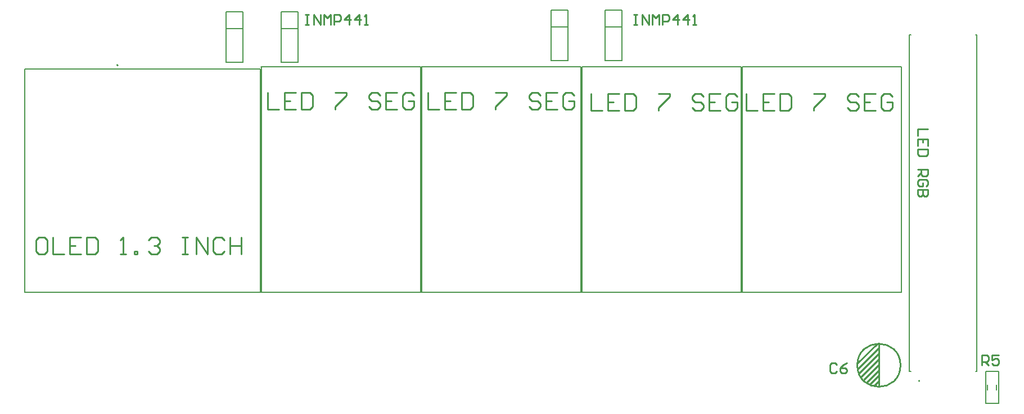
<source format=gto>
G04*
G04 #@! TF.GenerationSoftware,Altium Limited,Altium Designer,21.9.2 (33)*
G04*
G04 Layer_Color=65535*
%FSTAX24Y24*%
%MOIN*%
G70*
G04*
G04 #@! TF.SameCoordinates,7D792EBD-1CCB-4A66-8B02-D1F74A79ED49*
G04*
G04*
G04 #@! TF.FilePolarity,Positive*
G04*
G01*
G75*
%ADD10C,0.0079*%
%ADD11C,0.0100*%
%ADD12C,0.0050*%
D10*
X018339Y031391D02*
G03*
X018339Y031391I-000039J0D01*
G01*
X065872Y012629D02*
G03*
X065872Y012629I-000039J0D01*
G01*
X06976Y01321D02*
X07023D01*
X06976Y01129D02*
Y01321D01*
Y01129D02*
X07054D01*
X07041Y01211D02*
Y01239D01*
X06988Y01211D02*
Y01239D01*
X07054Y01129D02*
Y01321D01*
X07023D02*
X07054D01*
X02475Y03155D02*
Y03455D01*
Y03155D02*
X02575D01*
Y03455D01*
X02475D02*
X02575D01*
X02475Y03355D02*
X02575D01*
X028Y03155D02*
Y03455D01*
Y03155D02*
X029D01*
Y03455D01*
X028D02*
X029D01*
X028Y03355D02*
X029D01*
X044Y03165D02*
Y03465D01*
Y03165D02*
X045D01*
Y03465D01*
X044D02*
X045D01*
X044Y03365D02*
X045D01*
X0472Y03165D02*
Y03465D01*
Y03165D02*
X0482D01*
Y03465D01*
X0472D02*
X0482D01*
X0472Y03365D02*
X0482D01*
D11*
X06472Y01356D02*
G03*
X06472Y01356I-00128J0D01*
G01*
X06218Y01369D02*
X06333Y01484D01*
X06347D01*
X0622Y01336D02*
X06344Y0146D01*
X06226Y01309D02*
X06344Y01427D01*
Y01431D01*
X06239Y01287D02*
X06344Y01392D01*
Y01394D01*
X06254Y01269D02*
X06344Y01359D01*
Y01362D01*
X0627Y01254D02*
X06344Y01328D01*
Y01334D01*
X06291Y01243D02*
X06344Y01296D01*
Y01298D01*
X06314Y01234D02*
X06344Y01264D01*
Y01273D01*
Y01262D02*
Y01272D01*
Y01231D02*
Y01482D01*
X013968Y02115D02*
X013635D01*
X013469Y020983D01*
Y020317D01*
X013635Y02015D01*
X013968D01*
X014135Y020317D01*
Y020983D01*
X013968Y02115D01*
X014468D02*
Y02015D01*
X015135D01*
X016134Y02115D02*
X015468D01*
Y02015D01*
X016134D01*
X015468Y02065D02*
X015801D01*
X016468Y02115D02*
Y02015D01*
X016968D01*
X017134Y020317D01*
Y020983D01*
X016968Y02115D01*
X016468D01*
X018467Y02015D02*
X0188D01*
X018634D01*
Y02115D01*
X018467Y020983D01*
X0193Y02015D02*
Y020317D01*
X019467D01*
Y02015D01*
X0193D01*
X020133Y020983D02*
X0203Y02115D01*
X020633D01*
X0208Y020983D01*
Y020817D01*
X020633Y02065D01*
X020466D01*
X020633D01*
X0208Y020483D01*
Y020317D01*
X020633Y02015D01*
X0203D01*
X020133Y020317D01*
X022132Y02115D02*
X022466D01*
X022299D01*
Y02015D01*
X022132D01*
X022466D01*
X022966D02*
Y02115D01*
X023632Y02015D01*
Y02115D01*
X024632Y020983D02*
X024465Y02115D01*
X024132D01*
X023965Y020983D01*
Y020317D01*
X024132Y02015D01*
X024465D01*
X024632Y020317D01*
X024965Y02115D02*
Y02015D01*
Y02065D01*
X025631D01*
Y02115D01*
Y02015D01*
X027218Y02975D02*
Y02875D01*
X027885D01*
X028884Y02975D02*
X028218D01*
Y02875D01*
X028884D01*
X028218Y02925D02*
X028551D01*
X029217Y02975D02*
Y02875D01*
X029717D01*
X029884Y028917D01*
Y029583D01*
X029717Y02975D01*
X029217D01*
X031217D02*
X031883D01*
Y029583D01*
X031217Y028917D01*
Y02875D01*
X033883Y029583D02*
X033716Y02975D01*
X033383D01*
X033216Y029583D01*
Y029417D01*
X033383Y02925D01*
X033716D01*
X033883Y029083D01*
Y028917D01*
X033716Y02875D01*
X033383D01*
X033216Y028917D01*
X034882Y02975D02*
X034216D01*
Y02875D01*
X034882D01*
X034216Y02925D02*
X034549D01*
X035882Y029583D02*
X035715Y02975D01*
X035382D01*
X035215Y029583D01*
Y028917D01*
X035382Y02875D01*
X035715D01*
X035882Y028917D01*
Y02925D01*
X035549D01*
X036718Y02975D02*
Y02875D01*
X037385D01*
X038384Y02975D02*
X037718D01*
Y02875D01*
X038384D01*
X037718Y02925D02*
X038051D01*
X038717Y02975D02*
Y02875D01*
X039217D01*
X039384Y028917D01*
Y029583D01*
X039217Y02975D01*
X038717D01*
X040717D02*
X041383D01*
Y029583D01*
X040717Y028917D01*
Y02875D01*
X043383Y029583D02*
X043216Y02975D01*
X042883D01*
X042716Y029583D01*
Y029417D01*
X042883Y02925D01*
X043216D01*
X043383Y029083D01*
Y028917D01*
X043216Y02875D01*
X042883D01*
X042716Y028917D01*
X044382Y02975D02*
X043716D01*
Y02875D01*
X044382D01*
X043716Y02925D02*
X044049D01*
X045382Y029583D02*
X045215Y02975D01*
X044882D01*
X044715Y029583D01*
Y028917D01*
X044882Y02875D01*
X045215D01*
X045382Y028917D01*
Y02925D01*
X045049D01*
X046368Y0297D02*
Y0287D01*
X047035D01*
X048034Y0297D02*
X047368D01*
Y0287D01*
X048034D01*
X047368Y0292D02*
X047701D01*
X048367Y0297D02*
Y0287D01*
X048867D01*
X049034Y028867D01*
Y029533D01*
X048867Y0297D01*
X048367D01*
X050367D02*
X051033D01*
Y029533D01*
X050367Y028867D01*
Y0287D01*
X053033Y029533D02*
X052866Y0297D01*
X052533D01*
X052366Y029533D01*
Y029367D01*
X052533Y0292D01*
X052866D01*
X053033Y029033D01*
Y028867D01*
X052866Y0287D01*
X052533D01*
X052366Y028867D01*
X054032Y0297D02*
X053366D01*
Y0287D01*
X054032D01*
X053366Y0292D02*
X053699D01*
X055032Y029533D02*
X054865Y0297D01*
X054532D01*
X054365Y029533D01*
Y028867D01*
X054532Y0287D01*
X054865D01*
X055032Y028867D01*
Y0292D01*
X054699D01*
X055568Y0297D02*
Y0287D01*
X056235D01*
X057234Y0297D02*
X056568D01*
Y0287D01*
X057234D01*
X056568Y0292D02*
X056901D01*
X057567Y0297D02*
Y0287D01*
X058067D01*
X058234Y028867D01*
Y029533D01*
X058067Y0297D01*
X057567D01*
X059567D02*
X060233D01*
Y029533D01*
X059567Y028867D01*
Y0287D01*
X062233Y029533D02*
X062066Y0297D01*
X061733D01*
X061566Y029533D01*
Y029367D01*
X061733Y0292D01*
X062066D01*
X062233Y029033D01*
Y028867D01*
X062066Y0287D01*
X061733D01*
X061566Y028867D01*
X063232Y0297D02*
X062566D01*
Y0287D01*
X063232D01*
X062566Y0292D02*
X062899D01*
X064232Y029533D02*
X064065Y0297D01*
X063732D01*
X063565Y029533D01*
Y028867D01*
X063732Y0287D01*
X064065D01*
X064232Y028867D01*
Y0292D01*
X063899D01*
X06635Y027599D02*
X06575D01*
Y027199D01*
X06635Y0266D02*
Y027D01*
X06575D01*
Y0266D01*
X06605Y027D02*
Y0268D01*
X06635Y0264D02*
X06575D01*
Y0261D01*
X06585Y026D01*
X06625D01*
X06635Y0261D01*
Y0264D01*
X06575Y0252D02*
X06635D01*
Y0249D01*
X06625Y0248D01*
X06605D01*
X06595Y0249D01*
Y0252D01*
Y025D02*
X06575Y0248D01*
X06625Y0242D02*
X06635Y0243D01*
Y0245D01*
X06625Y0246D01*
X06585D01*
X06575Y0245D01*
Y0243D01*
X06585Y0242D01*
X06605D01*
Y0244D01*
X06635Y024001D02*
X06575D01*
Y023701D01*
X06585Y023601D01*
X06595D01*
X06605Y023701D01*
Y024001D01*
Y023701D01*
X06615Y023601D01*
X06625D01*
X06635Y023701D01*
Y024001D01*
X06095Y0136D02*
X06085Y0137D01*
X06065D01*
X06055Y0136D01*
Y0132D01*
X06065Y0131D01*
X06085D01*
X06095Y0132D01*
X06155Y0137D02*
X06135Y0136D01*
X06115Y0134D01*
Y0132D01*
X06125Y0131D01*
X06145D01*
X06155Y0132D01*
Y0133D01*
X06145Y0134D01*
X06115D01*
X06955Y01355D02*
Y01415D01*
X06985D01*
X06995Y01405D01*
Y01385D01*
X06985Y01375D01*
X06955D01*
X06975D02*
X06995Y01355D01*
X07055Y01415D02*
X07015D01*
Y01385D01*
X07035Y01395D01*
X07045D01*
X07055Y01385D01*
Y01365D01*
X07045Y01355D01*
X07025D01*
X07015Y01365D01*
X048901Y0344D02*
X049101D01*
X049001D01*
Y0338D01*
X048901D01*
X049101D01*
X0494D02*
Y0344D01*
X0498Y0338D01*
Y0344D01*
X05Y0338D02*
Y0344D01*
X0502Y0342D01*
X0504Y0344D01*
Y0338D01*
X0506D02*
Y0344D01*
X0509D01*
X051Y0343D01*
Y0341D01*
X0509Y034D01*
X0506D01*
X0515Y0338D02*
Y0344D01*
X0512Y0341D01*
X0516D01*
X0521Y0338D02*
Y0344D01*
X0518Y0341D01*
X0522D01*
X052399Y0338D02*
X052599D01*
X052499D01*
Y0344D01*
X052399Y0343D01*
X029451Y0344D02*
X029651D01*
X029551D01*
Y0338D01*
X029451D01*
X029651D01*
X02995D02*
Y0344D01*
X03035Y0338D01*
Y0344D01*
X03055Y0338D02*
Y0344D01*
X03075Y0342D01*
X03095Y0344D01*
Y0338D01*
X03115D02*
Y0344D01*
X03145D01*
X03155Y0343D01*
Y0341D01*
X03145Y034D01*
X03115D01*
X03205Y0338D02*
Y0344D01*
X03175Y0341D01*
X03215D01*
X03265Y0338D02*
Y0344D01*
X03235Y0341D01*
X03275D01*
X032949Y0338D02*
X033149D01*
X033049D01*
Y0344D01*
X032949Y0343D01*
D12*
X012812Y017907D02*
Y031175D01*
Y017907D02*
X026788D01*
Y031175D01*
X012812D02*
X026788D01*
X026826Y017907D02*
Y031293D01*
Y017907D02*
X036274D01*
Y031293D01*
X026824Y031307D02*
X036273D01*
X036326Y017907D02*
Y031293D01*
Y017907D02*
X045774D01*
Y031293D01*
X036324Y031307D02*
X045773D01*
X055274Y017907D02*
Y031293D01*
X045826D02*
X055274D01*
X045826Y017907D02*
Y031293D01*
X045827Y017893D02*
X055276D01*
X055327Y017907D02*
X064776D01*
X055326Y017921D02*
Y031307D01*
X064774D01*
Y017921D02*
Y031307D01*
X06525Y0132D02*
X065341D01*
X06525D02*
Y0332D01*
X065341D01*
X069159D02*
X06925D01*
Y0132D02*
Y0332D01*
X069159Y0132D02*
X06925D01*
M02*

</source>
